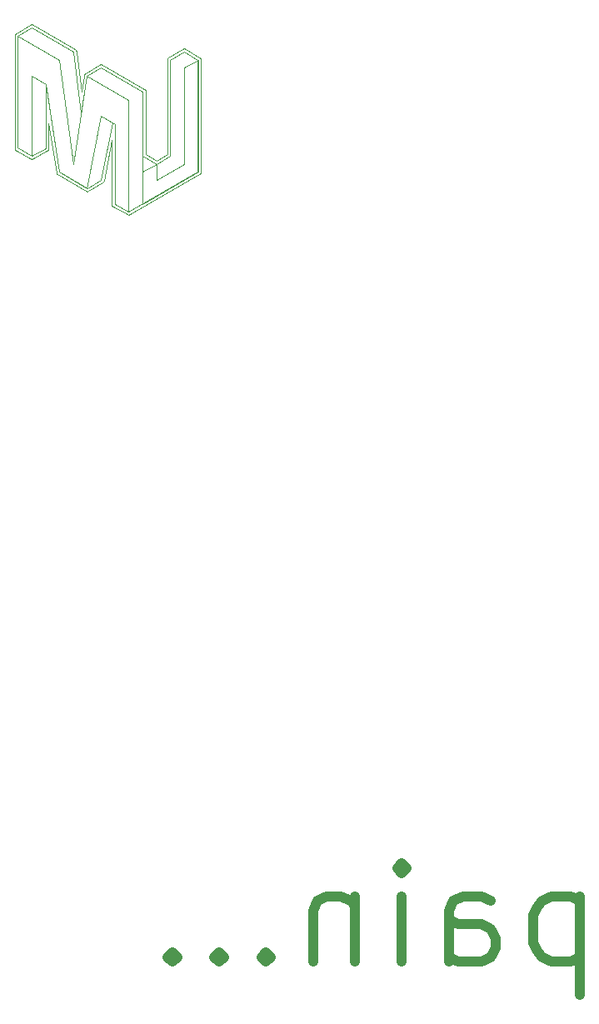
<source format=gbr>
G04 #@! TF.GenerationSoftware,KiCad,Pcbnew,(5.1.6)-1*
G04 #@! TF.CreationDate,2021-02-01T10:29:45-05:00*
G04 #@! TF.ProjectId,keyboard,6b657962-6f61-4726-942e-6b696361645f,rev?*
G04 #@! TF.SameCoordinates,Original*
G04 #@! TF.FileFunction,Legend,Bot*
G04 #@! TF.FilePolarity,Positive*
%FSLAX46Y46*%
G04 Gerber Fmt 4.6, Leading zero omitted, Abs format (unit mm)*
G04 Created by KiCad (PCBNEW (5.1.6)-1) date 2021-02-01 10:29:45*
%MOMM*%
%LPD*%
G01*
G04 APERTURE LIST*
%ADD10C,1.000000*%
%ADD11C,0.100000*%
G04 APERTURE END LIST*
D10*
X79899985Y-143672342D02*
X79899985Y-153672342D01*
X79899985Y-144148533D02*
X78947604Y-143672342D01*
X77042842Y-143672342D01*
X76090461Y-144148533D01*
X75614271Y-144624723D01*
X75138080Y-145577104D01*
X75138080Y-148434247D01*
X75614271Y-149386628D01*
X76090461Y-149862819D01*
X77042842Y-150339009D01*
X78947604Y-150339009D01*
X79899985Y-149862819D01*
X66566652Y-150339009D02*
X66566652Y-145100914D01*
X67042842Y-144148533D01*
X67995223Y-143672342D01*
X69899985Y-143672342D01*
X70852366Y-144148533D01*
X66566652Y-149862819D02*
X67519033Y-150339009D01*
X69899985Y-150339009D01*
X70852366Y-149862819D01*
X71328557Y-148910438D01*
X71328557Y-147958057D01*
X70852366Y-147005676D01*
X69899985Y-146529485D01*
X67519033Y-146529485D01*
X66566652Y-146053295D01*
X61804747Y-150339009D02*
X61804747Y-143672342D01*
X61804747Y-140339009D02*
X62280938Y-140815200D01*
X61804747Y-141291390D01*
X61328557Y-140815200D01*
X61804747Y-140339009D01*
X61804747Y-141291390D01*
X57042842Y-143672342D02*
X57042842Y-150339009D01*
X57042842Y-144624723D02*
X56566652Y-144148533D01*
X55614271Y-143672342D01*
X54185700Y-143672342D01*
X53233319Y-144148533D01*
X52757128Y-145100914D01*
X52757128Y-150339009D01*
X47995223Y-149386628D02*
X47519033Y-149862819D01*
X47995223Y-150339009D01*
X48471414Y-149862819D01*
X47995223Y-149386628D01*
X47995223Y-150339009D01*
X43233319Y-149386628D02*
X42757128Y-149862819D01*
X43233319Y-150339009D01*
X43709509Y-149862819D01*
X43233319Y-149386628D01*
X43233319Y-150339009D01*
X38471414Y-149386628D02*
X37995223Y-149862819D01*
X38471414Y-150339009D01*
X38947604Y-149862819D01*
X38471414Y-149386628D01*
X38471414Y-150339009D01*
D11*
X26982391Y-70064925D02*
X29798746Y-71690821D01*
X22759855Y-67624085D02*
X24166036Y-68439031D01*
X25576210Y-61120502D02*
X26982391Y-70064925D01*
X24166036Y-60309551D02*
X25576210Y-61120502D01*
X24166036Y-68439031D02*
X24166036Y-60309551D01*
X41223957Y-70332582D02*
X41379756Y-70244695D01*
X34189061Y-74387334D02*
X41223957Y-70332582D01*
X34033263Y-74475221D02*
X34189061Y-74387334D01*
X32471285Y-73572388D02*
X33877465Y-74387334D01*
X26706746Y-70252685D02*
X26834581Y-70324592D01*
X33877465Y-74387334D02*
X34033263Y-74475221D01*
X31488557Y-71063635D02*
X31516521Y-70927810D01*
X26682777Y-70108872D02*
X26706746Y-70252685D01*
X26834581Y-70324592D02*
X29650936Y-71950488D01*
X31516521Y-70927810D02*
X32315487Y-66813135D01*
X25891801Y-65087371D02*
X26682777Y-70108872D01*
X32315487Y-73484501D02*
X32471285Y-73572388D01*
X32315487Y-66813135D02*
X32315487Y-73308728D01*
X29650936Y-71950488D02*
X29806734Y-72038375D01*
X32315487Y-73308728D02*
X32315487Y-73484501D01*
X29806734Y-72038375D02*
X29962532Y-71950488D01*
X31368712Y-71135542D02*
X31488557Y-71063635D01*
X29962532Y-71950488D02*
X31368712Y-71135542D01*
X25887806Y-67624088D02*
X25891801Y-65087371D01*
X22456247Y-56067045D02*
X22456247Y-56242817D01*
X22456247Y-67624088D02*
X22456247Y-67799861D01*
X22456247Y-56242817D02*
X22456247Y-67624088D01*
X22612045Y-55979158D02*
X22456247Y-56067045D01*
X24018226Y-55164213D02*
X22612045Y-55979158D01*
X24182013Y-68443028D02*
X22767843Y-67624088D01*
X26998368Y-70068924D02*
X25604173Y-61216381D01*
X31220904Y-70879874D02*
X29814723Y-71694820D01*
X34033264Y-74127670D02*
X32627084Y-73312724D01*
X32627084Y-65187241D02*
X32355435Y-65031442D01*
X24174024Y-55076327D02*
X24018226Y-55164213D01*
X25588193Y-67628081D02*
X24182013Y-68443028D01*
X25604173Y-61216381D02*
X25588193Y-67628081D01*
X41060171Y-58683659D02*
X41060171Y-70064928D01*
X22767843Y-67624088D02*
X22767843Y-56242817D01*
X32627084Y-73312724D02*
X32627084Y-65187241D01*
X41060171Y-70064928D02*
X34033264Y-74127670D01*
X25887806Y-67799861D02*
X25887806Y-67624088D01*
X25736003Y-67887748D02*
X25887806Y-67799861D01*
X24329822Y-68702694D02*
X25736003Y-67887748D01*
X24174024Y-68790581D02*
X24329822Y-68702694D01*
X24018226Y-68702694D02*
X24174024Y-68790581D01*
X22612045Y-67887748D02*
X24018226Y-68702694D01*
X29814723Y-71694820D02*
X26998368Y-70068924D01*
X22456247Y-67799861D02*
X22612045Y-67887748D01*
X22767843Y-56242817D02*
X24174024Y-55431866D01*
X32355435Y-65031442D02*
X31220904Y-70879874D01*
X36841630Y-69253978D02*
X38247810Y-68439031D01*
X31212915Y-59494607D02*
X29798746Y-60309551D01*
X35435450Y-68439031D02*
X36841630Y-69253978D01*
X32615100Y-65187239D02*
X32615100Y-73316718D01*
X36841630Y-70875878D02*
X36841630Y-69249981D01*
X35435450Y-61935449D02*
X35435450Y-68439031D01*
X41064166Y-58683656D02*
X39653991Y-59494606D01*
X24174024Y-55431866D02*
X28396560Y-57872707D01*
X31208920Y-64372293D02*
X32615100Y-65187239D01*
X31212915Y-59494607D02*
X35435450Y-61935449D01*
X29782766Y-60309552D02*
X31212915Y-59494607D01*
X34025275Y-62746397D02*
X29798746Y-60309551D01*
X39653991Y-69249981D02*
X36841630Y-70875878D01*
X29798746Y-60309551D02*
X28392565Y-69249981D01*
X34025275Y-74127668D02*
X34025275Y-62746397D01*
X29798746Y-71690821D02*
X31208920Y-64372293D01*
X29199521Y-64152579D02*
X29782766Y-60309552D01*
X28392565Y-69249981D02*
X26982391Y-58683656D01*
X26982391Y-58683656D02*
X22759855Y-56242815D01*
X35435450Y-61935449D02*
X31212915Y-59494607D01*
X32615100Y-73316718D02*
X34025275Y-74127668D01*
X41064166Y-70064925D02*
X41064166Y-58683656D01*
X35431455Y-73316718D02*
X35435450Y-61935449D01*
X35431455Y-73164352D02*
X35431455Y-73316718D01*
X35431455Y-70064925D02*
X35431455Y-73164352D01*
X35431455Y-73316718D02*
X41064166Y-70064925D01*
X22759855Y-56242815D02*
X22759855Y-67624085D01*
X36841630Y-69249981D02*
X35431455Y-70064925D01*
X39653991Y-59494606D02*
X39653991Y-69249981D01*
X39653991Y-57868714D02*
X41060171Y-58683659D01*
X28396560Y-57872707D02*
X29199521Y-64152579D01*
X38247810Y-58683659D02*
X39653991Y-57868714D01*
X38247810Y-68439031D02*
X38247810Y-58683659D01*
X29507122Y-60117801D02*
X29483153Y-60265610D01*
X35747045Y-61759678D02*
X35591247Y-61671791D01*
X35591247Y-61671791D02*
X31368712Y-59230950D01*
X41379756Y-70244695D02*
X41379756Y-70068921D01*
X24333817Y-55168208D02*
X24174024Y-55076327D01*
X28708156Y-57836754D02*
X28688182Y-57684951D01*
X37944202Y-68263260D02*
X36845624Y-68898439D01*
X29483153Y-60265610D02*
X29231479Y-61931455D01*
X24174024Y-55076327D02*
X24174024Y-55076327D01*
X39506180Y-57605055D02*
X38100000Y-58420000D01*
X28556353Y-57609050D02*
X24333817Y-55168208D01*
X41379756Y-58507886D02*
X41223957Y-58420000D01*
X31368712Y-59230950D02*
X31216909Y-59143063D01*
X37944202Y-58683659D02*
X37944202Y-68263260D01*
X36845624Y-68898439D02*
X35747045Y-68263260D01*
X41379756Y-58683659D02*
X41379756Y-58507886D01*
X31216909Y-59143063D02*
X31065106Y-59230950D01*
X41379756Y-70068921D02*
X41379756Y-58683659D01*
X37944202Y-58507886D02*
X37944202Y-58683659D01*
X39661979Y-57517168D02*
X39506180Y-57605055D01*
X35747045Y-68263260D02*
X35747045Y-61935450D01*
X39817777Y-57605055D02*
X39661979Y-57517168D01*
X28688182Y-57684951D02*
X28556353Y-57609050D01*
X31065106Y-59230950D02*
X29634957Y-60045895D01*
X35747045Y-61935450D02*
X35747045Y-61759678D01*
X29231479Y-61931455D02*
X28708156Y-57836754D01*
X29634957Y-60045895D02*
X29507122Y-60117801D01*
X41223957Y-58420000D02*
X39817777Y-57605055D01*
X38100000Y-58420000D02*
X37944202Y-58507886D01*
M02*

</source>
